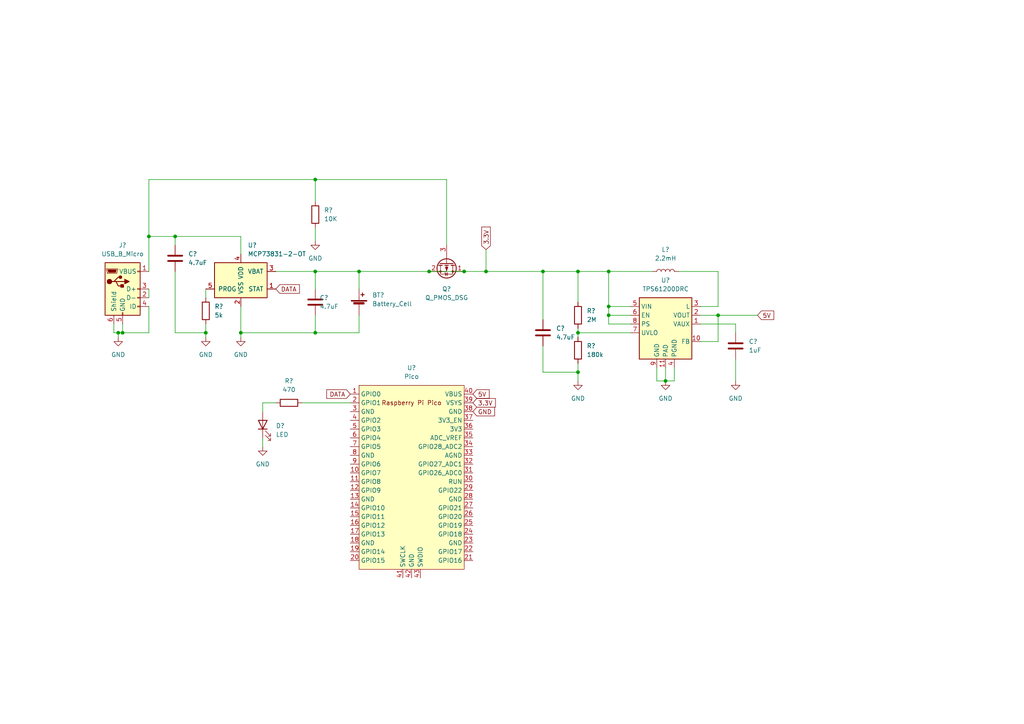
<source format=kicad_sch>
(kicad_sch (version 20211123) (generator eeschema)
  (paper "A4")
  (lib_symbols
    (symbol "Battery_Management:MCP73831-2-OT" (pin_names (offset 1.016))
      (property "Reference" "U" (at -7.62 6.35 0))
      (property "Value" "MCP73831-2-OT" (at 1.27 6.35 0))
      (symbol "MCP73831-2-OT_0_1"
        (rectangle (start -7.62 5.08) (end 7.62 -5.08) (stroke (width 0.254)) (fill (type background)))
      )
      (symbol "MCP73831-2-OT_1_1"
        (pin output line (at 10.16 -2.54 180) (length 2.54) (name "STAT") (number "1"))
        (pin power_in line (at 0 -7.62 90) (length 2.54) (name "VSS") (number "2"))
        (pin power_out line (at 10.16 2.54 180) (length 2.54) (name "VBAT") (number "3"))
        (pin power_in line (at 0 7.62 270) (length 2.54) (name "VDD") (number "4"))
        (pin input line (at -10.16 -2.54 0) (length 2.54) (name "PROG") (number "5"))
      )
    )
    (symbol "Connector:USB_B_Micro" (pin_names (offset 1.016))
      (property "Reference" "J" (at -5.08 11.43 0))
      (property "Value" "USB_B_Micro" (at -5.08 8.89 0))
      (symbol "USB_B_Micro_0_1"
        (rectangle (start -5.08 -7.62) (end 5.08 7.62) (stroke (width 0.254)) (fill (type background)))
        (circle (center -3.81 2.159) (radius 0.635) (stroke (width 0.254)) (fill (type outline)))
        (circle (center -0.635 3.429) (radius 0.381) (stroke (width 0.254)) (fill (type outline)))
        (rectangle (start -0.127 -7.62) (end 0.127 -6.858))
        (polyline (pts (xy -1.905 2.159) (xy 0.635 2.159)) (stroke (width 0.254)))
        (polyline (pts (xy -3.175 2.159) (xy -2.54 2.159) (xy -1.27 3.429) (xy -0.635 3.429)) (stroke (width 0.254)))
        (polyline (pts (xy -2.54 2.159) (xy -1.905 2.159) (xy -1.27 0.889) (xy 0 0.889)) (stroke (width 0.254)))
        (polyline (pts (xy 0.635 2.794) (xy 0.635 1.524) (xy 1.905 2.159) (xy 0.635 2.794)) (stroke (width 0.254)) (fill (type outline)))
        (polyline (pts (xy -4.318 5.588) (xy -1.778 5.588) (xy -2.032 4.826) (xy -4.064 4.826) (xy -4.318 5.588)) (fill (type outline)))
        (polyline (pts (xy -4.699 5.842) (xy -4.699 5.588) (xy -4.445 4.826) (xy -4.445 4.572) (xy -1.651 4.572) (xy -1.651 4.826) (xy -1.397 5.588) (xy -1.397 5.842) (xy -4.699 5.842)))
        (rectangle (start 0.254 1.27) (end -0.508 0.508) (stroke (width 0.254)) (fill (type outline)))
        (rectangle (start 5.08 -5.207) (end 4.318 -4.953))
        (rectangle (start 5.08 -2.667) (end 4.318 -2.413))
        (rectangle (start 5.08 -0.127) (end 4.318 0.127))
        (rectangle (start 5.08 4.953) (end 4.318 5.207))
      )
      (symbol "USB_B_Micro_1_1"
        (pin power_out line (at 7.62 5.08 180) (length 2.54) (name "VBUS") (number "1"))
        (pin bidirectional line (at 7.62 -2.54 180) (length 2.54) (name "D-") (number "2"))
        (pin bidirectional line (at 7.62 0 180) (length 2.54) (name "D+") (number "3"))
        (pin passive line (at 7.62 -5.08 180) (length 2.54) (name "ID") (number "4"))
        (pin power_out line (at 0 -10.16 90) (length 2.54) (name "GND") (number "5"))
        (pin passive line (at -2.54 -10.16 90) (length 2.54) (name "Shield") (number "6"))
      )
    )
    (symbol "Device:Battery_Cell" (pin_numbers hide) (pin_names (offset 0) hide)
      (property "Reference" "BT" (at 2.54 2.54 0))
      (property "Value" "Battery_Cell" (at 2.54 0 0))
      (symbol "Battery_Cell_0_1"
        (rectangle (start -2.286 1.778) (end 2.286 1.524) (fill (type outline)))
        (rectangle (start -1.5748 1.1938) (end 1.4732 0.6858) (fill (type outline)))
        (polyline (pts (xy 0 0.762) (xy 0 0)))
        (polyline (pts (xy 0 1.778) (xy 0 2.54)))
        (polyline (pts (xy 0.508 3.429) (xy 1.524 3.429)) (stroke (width 0.254)))
        (polyline (pts (xy 1.016 3.937) (xy 1.016 2.921)) (stroke (width 0.254)))
      )
      (symbol "Battery_Cell_1_1"
        (pin passive line (at 0 5.08 270) (length 2.54) (name "+") (number "1"))
        (pin passive line (at 0 -2.54 90) (length 2.54) (name "-") (number "2"))
      )
    )
    (symbol "Device:C" (pin_numbers hide) (pin_names (offset 0.254))
      (property "Reference" "C" (at 0.635 2.54 0))
      (property "Value" "C" (at 0.635 -2.54 0))
      (symbol "C_0_1"
        (polyline (pts (xy -2.032 -0.762) (xy 2.032 -0.762)) (stroke (width 0.508)))
        (polyline (pts (xy -2.032 0.762) (xy 2.032 0.762)) (stroke (width 0.508)))
      )
      (symbol "C_1_1"
        (pin passive line (at 0 3.81 270) (length 2.794) (name "~") (number "1"))
        (pin passive line (at 0 -3.81 90) (length 2.794) (name "~") (number "2"))
      )
    )
    (symbol "Device:L" (pin_numbers hide) (pin_names (offset 1.016) hide)
      (property "Reference" "L" (at -1.27 0 90))
      (property "Value" "L" (at 1.905 0 90))
      (symbol "L_0_1"
        (arc (start 0 -2.54) (mid 0.635 -1.905) (end 0 -1.27))
        (arc (start 0 -1.27) (mid 0.635 -0.635) (end 0 0))
        (arc (start 0 0) (mid 0.635 0.635) (end 0 1.27))
        (arc (start 0 1.27) (mid 0.635 1.905) (end 0 2.54))
      )
      (symbol "L_1_1"
        (pin passive line (at 0 3.81 270) (length 1.27) (name "1") (number "1"))
        (pin passive line (at 0 -3.81 90) (length 1.27) (name "2") (number "2"))
      )
    )
    (symbol "Device:LED" (pin_numbers hide) (pin_names (offset 1.016) hide)
      (property "Reference" "D" (at 0 2.54 0))
      (property "Value" "LED" (at 0 -2.54 0))
      (symbol "LED_0_1"
        (polyline (pts (xy -1.27 -1.27) (xy -1.27 1.27)) (stroke (width 0.254)))
        (polyline (pts (xy -1.27 0) (xy 1.27 0)))
        (polyline (pts (xy 1.27 -1.27) (xy 1.27 1.27) (xy -1.27 0) (xy 1.27 -1.27)) (stroke (width 0.254)))
        (polyline (pts (xy -3.048 -0.762) (xy -4.572 -2.286) (xy -3.81 -2.286) (xy -4.572 -2.286) (xy -4.572 -1.524)))
        (polyline (pts (xy -1.778 -0.762) (xy -3.302 -2.286) (xy -2.54 -2.286) (xy -3.302 -2.286) (xy -3.302 -1.524)))
      )
      (symbol "LED_1_1"
        (pin passive line (at -3.81 0 0) (length 2.54) (name "K") (number "1"))
        (pin passive line (at 3.81 0 180) (length 2.54) (name "A") (number "2"))
      )
    )
    (symbol "Device:Q_PMOS_DSG" (pin_names (offset 0) hide)
      (property "Reference" "Q" (at 5.08 1.27 0))
      (property "Value" "Q_PMOS_DSG" (at 5.08 -1.27 0))
      (symbol "Q_PMOS_DSG_0_1"
        (polyline (pts (xy 0.254 0) (xy -2.54 0)))
        (polyline (pts (xy 0.254 1.905) (xy 0.254 -1.905)) (stroke (width 0.254)))
        (polyline (pts (xy 0.762 -1.27) (xy 0.762 -2.286)) (stroke (width 0.254)))
        (polyline (pts (xy 0.762 0.508) (xy 0.762 -0.508)) (stroke (width 0.254)))
        (polyline (pts (xy 0.762 2.286) (xy 0.762 1.27)) (stroke (width 0.254)))
        (polyline (pts (xy 2.54 2.54) (xy 2.54 1.778)))
        (polyline (pts (xy 2.54 -2.54) (xy 2.54 0) (xy 0.762 0)))
        (polyline (pts (xy 0.762 1.778) (xy 3.302 1.778) (xy 3.302 -1.778) (xy 0.762 -1.778)))
        (polyline (pts (xy 2.286 0) (xy 1.27 0.381) (xy 1.27 -0.381) (xy 2.286 0)) (fill (type outline)))
        (polyline (pts (xy 2.794 -0.508) (xy 2.921 -0.381) (xy 3.683 -0.381) (xy 3.81 -0.254)))
        (polyline (pts (xy 3.302 -0.381) (xy 2.921 0.254) (xy 3.683 0.254) (xy 3.302 -0.381)))
        (circle (center 1.651 0) (radius 2.794) (stroke (width 0.254)))
        (circle (center 2.54 -1.778) (radius 0.254) (fill (type outline)))
        (circle (center 2.54 1.778) (radius 0.254) (fill (type outline)))
      )
      (symbol "Q_PMOS_DSG_1_1"
        (pin passive line (at 2.54 5.08 270) (length 2.54) (name "D") (number "1"))
        (pin passive line (at 2.54 -5.08 90) (length 2.54) (name "S") (number "2"))
        (pin input line (at -5.08 0 0) (length 2.54) (name "G") (number "3"))
      )
    )
    (symbol "Device:R" (pin_numbers hide) (pin_names (offset 0))
      (property "Reference" "R" (at 2.032 0 90))
      (property "Value" "R" (at 0 0 90))
      (symbol "R_0_1"
        (rectangle (start -1.016 -2.54) (end 1.016 2.54) (stroke (width 0.254)))
      )
      (symbol "R_1_1"
        (pin passive line (at 0 3.81 270) (length 1.27) (name "~") (number "1"))
        (pin passive line (at 0 -3.81 90) (length 1.27) (name "~") (number "2"))
      )
    )
    (symbol "MCU_RaspberryPi_and_Boards:Pico"
      (property "Reference" "U" (at -13.97 27.94 0))
      (property "Value" "Pico" (at 0 19.05 0))
      (symbol "Pico_0_0"
        (text "Raspberry Pi Pico" (at 0 21.59 0) (effects (font (size 1.27 1.27))))
      )
      (symbol "Pico_0_1"
        (rectangle (start -15.24 26.67) (end 15.24 -26.67) (fill (type background)))
      )
      (symbol "Pico_1_1"
        (pin bidirectional line (at -17.78 24.13 0) (length 2.54) (name "GPIO0") (number "1"))
        (pin bidirectional line (at -17.78 1.27 0) (length 2.54) (name "GPIO7") (number "10"))
        (pin bidirectional line (at -17.78 -1.27 0) (length 2.54) (name "GPIO8") (number "11"))
        (pin bidirectional line (at -17.78 -3.81 0) (length 2.54) (name "GPIO9") (number "12"))
        (pin power_in line (at -17.78 -6.35 0) (length 2.54) (name "GND") (number "13"))
        (pin bidirectional line (at -17.78 -8.89 0) (length 2.54) (name "GPIO10") (number "14"))
        (pin bidirectional line (at -17.78 -11.43 0) (length 2.54) (name "GPIO11") (number "15"))
        (pin bidirectional line (at -17.78 -13.97 0) (length 2.54) (name "GPIO12") (number "16"))
        (pin bidirectional line (at -17.78 -16.51 0) (length 2.54) (name "GPIO13") (number "17"))
        (pin power_in line (at -17.78 -19.05 0) (length 2.54) (name "GND") (number "18"))
        (pin bidirectional line (at -17.78 -21.59 0) (length 2.54) (name "GPIO14") (number "19"))
        (pin bidirectional line (at -17.78 21.59 0) (length 2.54) (name "GPIO1") (number "2"))
        (pin bidirectional line (at -17.78 -24.13 0) (length 2.54) (name "GPIO15") (number "20"))
        (pin bidirectional line (at 17.78 -24.13 180) (length 2.54) (name "GPIO16") (number "21"))
        (pin bidirectional line (at 17.78 -21.59 180) (length 2.54) (name "GPIO17") (number "22"))
        (pin power_in line (at 17.78 -19.05 180) (length 2.54) (name "GND") (number "23"))
        (pin bidirectional line (at 17.78 -16.51 180) (length 2.54) (name "GPIO18") (number "24"))
        (pin bidirectional line (at 17.78 -13.97 180) (length 2.54) (name "GPIO19") (number "25"))
        (pin bidirectional line (at 17.78 -11.43 180) (length 2.54) (name "GPIO20") (number "26"))
        (pin bidirectional line (at 17.78 -8.89 180) (length 2.54) (name "GPIO21") (number "27"))
        (pin power_in line (at 17.78 -6.35 180) (length 2.54) (name "GND") (number "28"))
        (pin bidirectional line (at 17.78 -3.81 180) (length 2.54) (name "GPIO22") (number "29"))
        (pin power_in line (at -17.78 19.05 0) (length 2.54) (name "GND") (number "3"))
        (pin input line (at 17.78 -1.27 180) (length 2.54) (name "RUN") (number "30"))
        (pin bidirectional line (at 17.78 1.27 180) (length 2.54) (name "GPIO26_ADC0") (number "31"))
        (pin bidirectional line (at 17.78 3.81 180) (length 2.54) (name "GPIO27_ADC1") (number "32"))
        (pin power_in line (at 17.78 6.35 180) (length 2.54) (name "AGND") (number "33"))
        (pin bidirectional line (at 17.78 8.89 180) (length 2.54) (name "GPIO28_ADC2") (number "34"))
        (pin power_in line (at 17.78 11.43 180) (length 2.54) (name "ADC_VREF") (number "35"))
        (pin power_in line (at 17.78 13.97 180) (length 2.54) (name "3V3") (number "36"))
        (pin input line (at 17.78 16.51 180) (length 2.54) (name "3V3_EN") (number "37"))
        (pin bidirectional line (at 17.78 19.05 180) (length 2.54) (name "GND") (number "38"))
        (pin power_in line (at 17.78 21.59 180) (length 2.54) (name "VSYS") (number "39"))
        (pin bidirectional line (at -17.78 16.51 0) (length 2.54) (name "GPIO2") (number "4"))
        (pin power_in line (at 17.78 24.13 180) (length 2.54) (name "VBUS") (number "40"))
        (pin input line (at -2.54 -29.21 90) (length 2.54) (name "SWCLK") (number "41"))
        (pin power_in line (at 0 -29.21 90) (length 2.54) (name "GND") (number "42"))
        (pin bidirectional line (at 2.54 -29.21 90) (length 2.54) (name "SWDIO") (number "43"))
        (pin bidirectional line (at -17.78 13.97 0) (length 2.54) (name "GPIO3") (number "5"))
        (pin bidirectional line (at -17.78 11.43 0) (length 2.54) (name "GPIO4") (number "6"))
        (pin bidirectional line (at -17.78 8.89 0) (length 2.54) (name "GPIO5") (number "7"))
        (pin power_in line (at -17.78 6.35 0) (length 2.54) (name "GND") (number "8"))
        (pin bidirectional line (at -17.78 3.81 0) (length 2.54) (name "GPIO6") (number "9"))
      )
    )
    (symbol "Regulator_Switching:TPS61200DRC"
      (property "Reference" "U" (at -10.16 8.89 0))
      (property "Value" "TPS61200DRC" (at -2.54 8.89 0))
      (symbol "TPS61200DRC_0_1"
        (rectangle (start -7.62 7.62) (end 7.62 -10.16) (stroke (width 0.254)) (fill (type background)))
      )
      (symbol "TPS61200DRC_1_1"
        (pin bidirectional line (at 10.16 0 180) (length 2.54) (name "VAUX") (number "1"))
        (pin input line (at 10.16 -5.08 180) (length 2.54) (name "FB") (number "10"))
        (pin power_in line (at 0 -12.7 90) (length 2.54) (name "PAD") (number "11"))
        (pin power_out line (at 10.16 2.54 180) (length 2.54) (name "VOUT") (number "2"))
        (pin input line (at 10.16 5.08 180) (length 2.54) (name "L") (number "3"))
        (pin power_in line (at 2.54 -12.7 90) (length 2.54) (name "PGND") (number "4"))
        (pin power_in line (at -10.16 5.08 0) (length 2.54) (name "VIN") (number "5"))
        (pin input line (at -10.16 2.54 0) (length 2.54) (name "EN") (number "6"))
        (pin input line (at -10.16 -2.54 0) (length 2.54) (name "UVLO") (number "7"))
        (pin input line (at -10.16 0 0) (length 2.54) (name "PS") (number "8"))
        (pin power_in line (at -2.54 -12.7 90) (length 2.54) (name "GND") (number "9"))
      )
    )
    (symbol "power:GND" (power) (pin_names (offset 0))
      (property "Value" "GND" (at 0 -3.81 0))
      (symbol "GND_0_1"
        (polyline (pts (xy 0 0) (xy 0 -1.27) (xy 1.27 -1.27) (xy 0 -2.54) (xy -1.27 -1.27) (xy 0 -1.27)))
      )
      (symbol "GND_1_1"
        (pin power_in line (at 0 0 270) (length 0) hide (name "GND") (number "1"))
      )
    )
  )
  (junction (at 167.64 107.95))
  (junction (at 167.64 78.74))
  (junction (at 69.85 96.52))
  (junction (at 167.64 96.52))
  (junction (at 176.53 91.44))
  (junction (at 91.44 78.74))
  (junction (at 193.04 110.49))
  (junction (at 91.44 96.52))
  (junction (at 124.46 78.74))
  (junction (at 157.48 78.74))
  (junction (at 43.18 68.58))
  (junction (at 59.69 96.52))
  (junction (at 134.62 78.74))
  (junction (at 35.56 96.52))
  (junction (at 140.97 78.74))
  (junction (at 104.14 78.74))
  (junction (at 176.53 88.9))
  (junction (at 34.29 96.52))
  (junction (at 91.44 52.07))
  (junction (at 176.53 78.74))
  (junction (at 50.8 68.58))
  (junction (at 208.28 91.44))
  (wire (pts (xy 140.97 72.39) (xy 140.97 78.74)))
  (wire (pts (xy 176.53 78.74) (xy 189.23 78.74)))
  (wire (pts (xy 208.28 91.44) (xy 219.71 91.44)))
  (wire (pts (xy 208.28 99.06) (xy 203.2 99.06)))
  (wire (pts (xy 134.62 78.74) (xy 140.97 78.74)))
  (wire (pts (xy 43.18 68.58) (xy 50.8 68.58)))
  (wire (pts (xy 69.85 96.52) (xy 69.85 97.79)))
  (wire (pts (xy 157.48 107.95) (xy 167.64 107.95)))
  (wire (pts (xy 43.18 88.9) (xy 43.18 96.52)))
  (wire (pts (xy 208.28 91.44) (xy 208.28 99.06)))
  (wire (pts (xy 129.54 52.07) (xy 129.54 71.12)))
  (wire (pts (xy 91.44 91.44) (xy 91.44 96.52)))
  (wire (pts (xy 140.97 78.74) (xy 157.48 78.74)))
  (wire (pts (xy 50.8 78.74) (xy 50.8 96.52)))
  (wire (pts (xy 203.2 93.98) (xy 213.36 93.98)))
  (wire (pts (xy 193.04 106.68) (xy 193.04 110.49)))
  (wire (pts (xy 176.53 93.98) (xy 182.88 93.98)))
  (wire (pts (xy 76.2 127) (xy 76.2 129.54)))
  (wire (pts (xy 33.02 96.52) (xy 34.29 96.52)))
  (wire (pts (xy 59.69 96.52) (xy 50.8 96.52)))
  (wire (pts (xy 196.85 78.74) (xy 208.28 78.74)))
  (wire (pts (xy 104.14 78.74) (xy 104.14 83.82)))
  (wire (pts (xy 34.29 96.52) (xy 34.29 97.79)))
  (wire (pts (xy 213.36 93.98) (xy 213.36 96.52)))
  (wire (pts (xy 69.85 68.58) (xy 69.85 73.66)))
  (wire (pts (xy 87.63 116.84) (xy 101.6 116.84)))
  (wire (pts (xy 104.14 78.74) (xy 124.46 78.74)))
  (wire (pts (xy 91.44 66.04) (xy 91.44 69.85)))
  (wire (pts (xy 43.18 52.07) (xy 43.18 68.58)))
  (wire (pts (xy 124.46 78.74) (xy 134.62 78.74)))
  (wire (pts (xy 208.28 78.74) (xy 208.28 88.9)))
  (wire (pts (xy 190.5 106.68) (xy 190.5 110.49)))
  (wire (pts (xy 157.48 78.74) (xy 157.48 92.71)))
  (wire (pts (xy 91.44 96.52) (xy 69.85 96.52)))
  (wire (pts (xy 43.18 68.58) (xy 43.18 78.74)))
  (wire (pts (xy 167.64 96.52) (xy 167.64 97.79)))
  (wire (pts (xy 176.53 91.44) (xy 176.53 93.98)))
  (wire (pts (xy 59.69 83.82) (xy 59.69 86.36)))
  (wire (pts (xy 35.56 96.52) (xy 43.18 96.52)))
  (wire (pts (xy 176.53 88.9) (xy 176.53 91.44)))
  (wire (pts (xy 193.04 110.49) (xy 195.58 110.49)))
  (wire (pts (xy 76.2 116.84) (xy 76.2 119.38)))
  (wire (pts (xy 190.5 110.49) (xy 193.04 110.49)))
  (wire (pts (xy 59.69 96.52) (xy 59.69 97.79)))
  (wire (pts (xy 33.02 96.52) (xy 33.02 93.98)))
  (wire (pts (xy 167.64 78.74) (xy 176.53 78.74)))
  (wire (pts (xy 50.8 68.58) (xy 50.8 71.12)))
  (wire (pts (xy 167.64 96.52) (xy 182.88 96.52)))
  (wire (pts (xy 34.29 96.52) (xy 35.56 96.52)))
  (wire (pts (xy 91.44 52.07) (xy 91.44 58.42)))
  (wire (pts (xy 50.8 68.58) (xy 69.85 68.58)))
  (wire (pts (xy 91.44 78.74) (xy 91.44 83.82)))
  (wire (pts (xy 91.44 52.07) (xy 129.54 52.07)))
  (wire (pts (xy 176.53 91.44) (xy 182.88 91.44)))
  (wire (pts (xy 104.14 91.44) (xy 104.14 96.52)))
  (wire (pts (xy 176.53 88.9) (xy 182.88 88.9)))
  (wire (pts (xy 203.2 91.44) (xy 208.28 91.44)))
  (wire (pts (xy 167.64 105.41) (xy 167.64 107.95)))
  (wire (pts (xy 76.2 116.84) (xy 80.01 116.84)))
  (wire (pts (xy 43.18 52.07) (xy 91.44 52.07)))
  (wire (pts (xy 80.01 78.74) (xy 91.44 78.74)))
  (wire (pts (xy 195.58 106.68) (xy 195.58 110.49)))
  (wire (pts (xy 35.56 96.52) (xy 35.56 93.98)))
  (wire (pts (xy 43.18 83.82) (xy 43.18 86.36)))
  (wire (pts (xy 176.53 78.74) (xy 176.53 88.9)))
  (wire (pts (xy 59.69 93.98) (xy 59.69 96.52)))
  (wire (pts (xy 167.64 95.25) (xy 167.64 96.52)))
  (wire (pts (xy 91.44 96.52) (xy 104.14 96.52)))
  (wire (pts (xy 213.36 104.14) (xy 213.36 110.49)))
  (wire (pts (xy 208.28 88.9) (xy 203.2 88.9)))
  (wire (pts (xy 167.64 78.74) (xy 167.64 87.63)))
  (wire (pts (xy 69.85 88.9) (xy 69.85 96.52)))
  (wire (pts (xy 157.48 78.74) (xy 167.64 78.74)))
  (wire (pts (xy 157.48 100.33) (xy 157.48 107.95)))
  (wire (pts (xy 167.64 107.95) (xy 167.64 110.49)))
  (wire (pts (xy 91.44 78.74) (xy 104.14 78.74)))
  (global_label "5V" (shape input) (at 219.71 91.44 0) (property "Intersheet References" "${INTERSHEET_REFS}" (effects hide)))
  (global_label "3.3V" (shape input) (at 137.16 116.84 0) (property "Intersheet References" "${INTERSHEET_REFS}" (effects hide)))
  (global_label "DATA" (shape input) (at 101.6 114.3 180) (property "Intersheet References" "${INTERSHEET_REFS}" (effects hide)))
  (global_label "GND" (shape input) (at 137.16 119.38 0) (property "Intersheet References" "${INTERSHEET_REFS}" (effects hide)))
  (global_label "3.3V" (shape input) (at 140.97 72.39 90) (property "Intersheet References" "${INTERSHEET_REFS}" (effects hide)))
  (global_label "DATA" (shape input) (at 80.01 83.82 0) (property "Intersheet References" "${INTERSHEET_REFS}" (effects hide)))
  (global_label "5V" (shape input) (at 137.16 114.3 0) (property "Intersheet References" "${INTERSHEET_REFS}" (effects hide)))
  (symbol (lib_id "power:GND") (at 69.85 97.79 0) (unit 1)
    (property "Reference" "#PWR?" (effects hide))
    (property "Value" "GND" (at 69.85 102.87 0))
  )
  (symbol (lib_id "Device:R") (at 59.69 90.17 0) (unit 1) (in_bom no)
    (property "Reference" "R?" (at 62.23 88.8999 0) (effects (justify left)))
    (property "Value" "5k" (at 62.23 91.4399 0) (effects (justify left)))
  )
  (symbol (lib_id "Device:Q_PMOS_DSG") (at 129.54 76.2 270) (unit 1)
    (property "Reference" "Q?" (at 129.54 83.82 90))
    (property "Value" "Q_PMOS_DSG" (at 129.54 86.36 90))
  )
  (symbol (lib_id "Device:R") (at 83.82 116.84 90) (unit 1)
    (property "Reference" "R?" (at 83.82 110.49 90))
    (property "Value" "470" (at 83.82 113.03 90))
  )
  (symbol (lib_id "power:GND") (at 213.36 110.49 0) (unit 1)
    (property "Reference" "#PWR?" (effects hide))
    (property "Value" "GND" (at 213.36 115.57 0))
  )
  (symbol (lib_id "Device:C") (at 50.8 74.93 0) (unit 1)
    (property "Reference" "C?" (at 54.61 73.6599 0) (effects (justify left)))
    (property "Value" "4.7uF" (at 54.61 76.1999 0) (effects (justify left)))
  )
  (symbol (lib_id "Device:R") (at 167.64 91.44 0) (unit 1)
    (property "Reference" "R?" (at 170.18 90.1699 0) (effects (justify left)))
    (property "Value" "2M" (at 170.18 92.7099 0) (effects (justify left)))
  )
  (symbol (lib_id "power:GND") (at 34.29 97.79 0) (unit 1)
    (property "Reference" "#PWR?" (effects hide))
    (property "Value" "GND" (at 34.29 102.87 0))
  )
  (symbol (lib_id "Battery_Management:MCP73831-2-OT") (at 69.85 81.28 0) (unit 1)
    (property "Reference" "U?" (at 71.8694 71.12 0) (effects (justify left)))
    (property "Value" "MCP73831-2-OT" (at 71.8694 73.66 0) (effects (justify left)))
    (property "Footprint" "Package_TO_SOT_SMD:SOT-23-5" (effects hide))
    (property "Datasheet" "http://ww1.microchip.com/downloads/en/DeviceDoc/20001984g.pdf" (effects hide))
  )
  (symbol (lib_id "Device:R") (at 91.44 62.23 0) (unit 1) (in_bom no)
    (property "Reference" "R?" (at 93.98 60.9599 0) (effects (justify left)))
    (property "Value" "10K" (at 93.98 63.4999 0) (effects (justify left)))
  )
  (symbol (lib_id "Device:C") (at 91.44 87.63 0) (unit 1)
    (property "Reference" "C?" (at 92.71 86.3599 0) (effects (justify left)))
    (property "Value" "4.7uF" (at 92.71 88.8999 0) (effects (justify left)))
  )
  (symbol (lib_id "Device:LED") (at 76.2 123.19 90) (unit 1)
    (property "Reference" "D?" (at 80.01 123.5074 90) (effects (justify right)))
    (property "Value" "LED" (at 80.01 126.0474 90) (effects (justify right)))
  )
  (symbol (lib_id "Device:R") (at 167.64 101.6 0) (unit 1)
    (property "Reference" "R?" (at 170.18 100.3299 0) (effects (justify left)))
    (property "Value" "180k" (at 170.18 102.8699 0) (effects (justify left)))
  )
  (symbol (lib_id "Device:Battery_Cell") (at 104.14 88.9 0) (unit 1)
    (property "Reference" "BT?" (at 107.95 85.5979 0) (effects (justify left)))
    (property "Value" "Battery_Cell" (at 107.95 88.1379 0) (effects (justify left)))
  )
  (symbol (lib_id "Connector:USB_B_Micro") (at 35.56 83.82 0) (unit 1)
    (property "Reference" "J?" (at 35.56 71.12 0))
    (property "Value" "USB_B_Micro" (at 35.56 73.66 0))
  )
  (symbol (lib_id "MCU_RaspberryPi_and_Boards:Pico") (at 119.38 138.43 0) (unit 1)
    (property "Reference" "U?" (at 119.38 106.68 0))
    (property "Value" "Pico" (at 119.38 109.22 0))
    (property "Footprint" "RPi_Pico:RPi_Pico_SMD_TH" (effects hide))
  )
  (symbol (lib_id "Device:C") (at 157.48 96.52 0) (unit 1)
    (property "Reference" "C?" (at 161.29 95.2499 0) (effects (justify left)))
    (property "Value" "4.7uF" (at 161.29 97.7899 0) (effects (justify left)))
  )
  (symbol (lib_id "Regulator_Switching:TPS61200DRC") (at 193.04 93.98 0) (unit 1)
    (property "Reference" "U?" (at 193.04 81.28 0))
    (property "Value" "TPS61200DRC" (at 193.04 83.82 0))
    (property "Footprint" "Package_SON:Texas_S-PVSON-N10_ThermalVias" (effects hide))
    (property "Datasheet" "http://www.ti.com/lit/ds/symlink/tps61200.pdf" (effects hide))
  )
  (symbol (lib_id "Device:C") (at 213.36 100.33 0) (unit 1)
    (property "Reference" "C?" (at 217.17 99.0599 0) (effects (justify left)))
    (property "Value" "1uF" (at 217.17 101.5999 0) (effects (justify left)))
  )
  (symbol (lib_id "Device:L") (at 193.04 78.74 90) (unit 1)
    (property "Reference" "L?" (at 193.04 72.39 90))
    (property "Value" "2.2mH" (at 193.04 74.93 90))
  )
  (symbol (lib_id "power:GND") (at 193.04 110.49 0) (unit 1)
    (property "Reference" "#PWR?" (effects hide))
    (property "Value" "GND" (at 193.04 115.57 0))
  )
  (symbol (lib_id "power:GND") (at 91.44 69.85 0) (unit 1)
    (property "Reference" "#PWR?" (effects hide))
    (property "Value" "GND" (at 91.44 74.93 0))
  )
  (symbol (lib_id "power:GND") (at 59.69 97.79 0) (unit 1)
    (property "Reference" "#PWR?" (effects hide))
    (property "Value" "GND" (at 59.69 102.87 0))
  )
  (symbol (lib_id "power:GND") (at 76.2 129.54 0) (unit 1)
    (property "Reference" "#PWR?" (effects hide))
    (property "Value" "GND" (at 76.2 134.62 0))
  )
  (symbol (lib_id "power:GND") (at 167.64 110.49 0) (unit 1)
    (property "Reference" "#PWR?" (effects hide))
    (property "Value" "GND" (at 167.64 115.57 0))
  )
)
</source>
